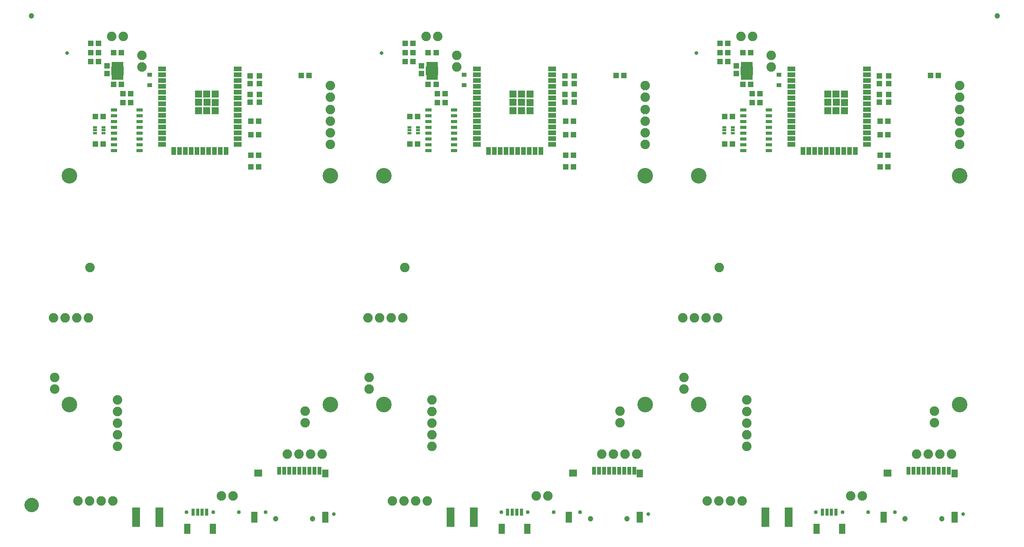
<source format=gbs>
G04 EAGLE Gerber RS-274X export*
G75*
%MOMM*%
%FSLAX34Y34*%
%LPD*%
%INSoldermask Bottom*%
%IPPOS*%
%AMOC8*
5,1,8,0,0,1.08239X$1,22.5*%
G01*
%ADD10R,1.403200X2.203200*%
%ADD11R,0.803200X1.553200*%
%ADD12C,0.838200*%
%ADD13C,0.853200*%
%ADD14R,1.703200X4.203200*%
%ADD15C,3.403600*%
%ADD16R,1.203200X1.303200*%
%ADD17R,1.303200X1.203200*%
%ADD18C,2.082800*%
%ADD19R,1.033200X0.833200*%
%ADD20R,1.403200X0.803200*%
%ADD21R,0.863200X0.503200*%
%ADD22R,0.553200X1.003200*%
%ADD23R,2.703200X1.903200*%
%ADD24R,1.703200X1.103200*%
%ADD25R,1.103200X1.703200*%
%ADD26R,1.533200X1.533200*%
%ADD27R,0.903200X1.803200*%
%ADD28C,1.203200*%
%ADD29R,1.403200X2.403200*%
%ADD30R,1.803200X1.603200*%
%ADD31R,1.403200X1.803200*%
%ADD32C,1.270000*%
%ADD33C,1.703200*%


D10*
X369618Y10693D03*
X313618Y10693D03*
D11*
X356618Y47443D03*
X346618Y47443D03*
X336618Y47443D03*
X326618Y47443D03*
D12*
X633718Y42843D03*
X51318Y1051643D03*
D13*
X312718Y46963D03*
X370518Y46963D03*
D14*
X252718Y36013D03*
X201918Y36013D03*
D15*
X56630Y282680D03*
X56630Y782806D03*
X626606Y782806D03*
X626606Y282680D03*
D16*
X138418Y1006843D03*
X138418Y1023843D03*
D17*
X170118Y1052743D03*
X153118Y1052743D03*
X170118Y982743D03*
X153118Y982743D03*
D18*
X215138Y1046683D03*
X215138Y1021283D03*
D19*
X231618Y981243D03*
X231618Y1004243D03*
D16*
X451618Y961243D03*
X451618Y944243D03*
X471618Y1001243D03*
X471618Y984243D03*
X451618Y1001243D03*
X451618Y984243D03*
X471618Y961243D03*
X471618Y944243D03*
D17*
X173118Y962743D03*
X190118Y962743D03*
D20*
X209618Y927193D03*
X209618Y914493D03*
X209618Y901793D03*
X209618Y889093D03*
X209618Y876393D03*
X209618Y863693D03*
X209618Y850993D03*
X209618Y838293D03*
X153618Y838293D03*
X153618Y850993D03*
X153618Y863693D03*
X153618Y876393D03*
X153618Y889093D03*
X153618Y901793D03*
X153618Y914493D03*
X153618Y927193D03*
D17*
X113118Y852743D03*
X130118Y852743D03*
X130118Y912743D03*
X113118Y912743D03*
D21*
X130818Y889243D03*
X112418Y882743D03*
X112418Y876243D03*
X112418Y889243D03*
X130818Y882743D03*
X130818Y876243D03*
D13*
X427018Y46963D03*
X484818Y46963D03*
D17*
X173118Y942743D03*
X190118Y942743D03*
D18*
X151118Y71893D03*
X125718Y71893D03*
X100318Y71893D03*
X74918Y71893D03*
X608318Y174443D03*
X582918Y174443D03*
X557518Y174443D03*
X532118Y174443D03*
X24118Y342243D03*
X24118Y316843D03*
D17*
X453118Y902743D03*
X470118Y902743D03*
D18*
X388918Y82743D03*
X414318Y82743D03*
X148918Y1087743D03*
X174318Y1087743D03*
X626618Y980343D03*
X626618Y954943D03*
D17*
X580118Y1002743D03*
X563118Y1002743D03*
D22*
X161618Y998243D03*
X166618Y998243D03*
X171618Y998243D03*
X156618Y998243D03*
X151618Y998243D03*
X151618Y1027243D03*
X156618Y1027243D03*
X161618Y1027243D03*
X166618Y1027243D03*
X171618Y1027243D03*
D23*
X161618Y1012743D03*
D17*
X120118Y1052743D03*
X103118Y1052743D03*
X120118Y1032743D03*
X103118Y1032743D03*
X120118Y1072743D03*
X103118Y1072743D03*
D18*
X21618Y472743D03*
X47018Y472743D03*
X72418Y472743D03*
X97818Y472743D03*
X161618Y292743D03*
X161618Y267343D03*
X161618Y241943D03*
X161618Y216543D03*
X161618Y191143D03*
X626618Y851743D03*
X626618Y877143D03*
X626618Y902543D03*
X626618Y927943D03*
X101618Y582743D03*
D17*
X453118Y872743D03*
X470118Y872743D03*
D24*
X423998Y1017043D03*
X423998Y1004343D03*
X423998Y991643D03*
X423998Y978943D03*
X423998Y966243D03*
X423998Y953543D03*
X423998Y940843D03*
X423998Y928143D03*
X423998Y915443D03*
X423998Y902743D03*
X423998Y890043D03*
X423998Y877343D03*
X423998Y864643D03*
X423998Y851943D03*
D25*
X398768Y837043D03*
X386068Y837043D03*
X373368Y837043D03*
X360668Y837043D03*
X347968Y837043D03*
X335268Y837043D03*
X322568Y837043D03*
X309868Y837043D03*
X297168Y837043D03*
X284468Y837043D03*
D24*
X259238Y851943D03*
X259238Y864643D03*
X259238Y877343D03*
X259238Y890043D03*
X259238Y902743D03*
X259238Y915443D03*
X259238Y928143D03*
X259238Y940843D03*
X259238Y953543D03*
X259238Y966243D03*
X259238Y978943D03*
X259238Y991643D03*
X259238Y1004343D03*
X259238Y1017043D03*
D26*
X356928Y943623D03*
X338478Y961833D03*
X356778Y961833D03*
X375078Y961833D03*
X375078Y943533D03*
X338378Y943833D03*
X338478Y925233D03*
X356778Y925133D03*
X375078Y925233D03*
D17*
X470018Y828243D03*
X453018Y828243D03*
X453018Y802843D03*
X470018Y802843D03*
D18*
X571618Y242743D03*
X571618Y268143D03*
D27*
X537118Y137743D03*
X526118Y137743D03*
X515118Y137743D03*
X548118Y137743D03*
X559118Y137743D03*
X570118Y137743D03*
X581118Y137743D03*
X592118Y137743D03*
X603118Y137743D03*
D28*
X507118Y32743D03*
X587118Y32743D03*
D29*
X460118Y36743D03*
X615118Y36743D03*
D30*
X469118Y132743D03*
D31*
X615118Y131743D03*
D10*
X1056688Y10693D03*
X1000688Y10693D03*
D11*
X1043688Y47443D03*
X1033688Y47443D03*
X1023688Y47443D03*
X1013688Y47443D03*
D12*
X1320788Y42843D03*
X738388Y1051643D03*
D13*
X999788Y46963D03*
X1057588Y46963D03*
D14*
X939788Y36013D03*
X888988Y36013D03*
D15*
X743700Y282680D03*
X743700Y782806D03*
X1313676Y782806D03*
X1313676Y282680D03*
D16*
X825488Y1006843D03*
X825488Y1023843D03*
D17*
X857188Y1052743D03*
X840188Y1052743D03*
X857188Y982743D03*
X840188Y982743D03*
D18*
X902208Y1046683D03*
X902208Y1021283D03*
D19*
X918688Y981243D03*
X918688Y1004243D03*
D16*
X1138688Y961243D03*
X1138688Y944243D03*
X1158688Y1001243D03*
X1158688Y984243D03*
X1138688Y1001243D03*
X1138688Y984243D03*
X1158688Y961243D03*
X1158688Y944243D03*
D17*
X860188Y962743D03*
X877188Y962743D03*
D20*
X896688Y927193D03*
X896688Y914493D03*
X896688Y901793D03*
X896688Y889093D03*
X896688Y876393D03*
X896688Y863693D03*
X896688Y850993D03*
X896688Y838293D03*
X840688Y838293D03*
X840688Y850993D03*
X840688Y863693D03*
X840688Y876393D03*
X840688Y889093D03*
X840688Y901793D03*
X840688Y914493D03*
X840688Y927193D03*
D17*
X800188Y852743D03*
X817188Y852743D03*
X817188Y912743D03*
X800188Y912743D03*
D21*
X817888Y889243D03*
X799488Y882743D03*
X799488Y876243D03*
X799488Y889243D03*
X817888Y882743D03*
X817888Y876243D03*
D13*
X1114088Y46963D03*
X1171888Y46963D03*
D17*
X860188Y942743D03*
X877188Y942743D03*
D18*
X838188Y71893D03*
X812788Y71893D03*
X787388Y71893D03*
X761988Y71893D03*
X1295388Y174443D03*
X1269988Y174443D03*
X1244588Y174443D03*
X1219188Y174443D03*
X711188Y342243D03*
X711188Y316843D03*
D17*
X1140188Y902743D03*
X1157188Y902743D03*
D18*
X1075988Y82743D03*
X1101388Y82743D03*
X835988Y1087743D03*
X861388Y1087743D03*
X1313688Y980343D03*
X1313688Y954943D03*
D17*
X1267188Y1002743D03*
X1250188Y1002743D03*
D22*
X848688Y998243D03*
X853688Y998243D03*
X858688Y998243D03*
X843688Y998243D03*
X838688Y998243D03*
X838688Y1027243D03*
X843688Y1027243D03*
X848688Y1027243D03*
X853688Y1027243D03*
X858688Y1027243D03*
D23*
X848688Y1012743D03*
D17*
X807188Y1052743D03*
X790188Y1052743D03*
X807188Y1032743D03*
X790188Y1032743D03*
X807188Y1072743D03*
X790188Y1072743D03*
D18*
X708688Y472743D03*
X734088Y472743D03*
X759488Y472743D03*
X784888Y472743D03*
X848688Y292743D03*
X848688Y267343D03*
X848688Y241943D03*
X848688Y216543D03*
X848688Y191143D03*
X1313688Y851743D03*
X1313688Y877143D03*
X1313688Y902543D03*
X1313688Y927943D03*
X788688Y582743D03*
D17*
X1140188Y872743D03*
X1157188Y872743D03*
D24*
X1111068Y1017043D03*
X1111068Y1004343D03*
X1111068Y991643D03*
X1111068Y978943D03*
X1111068Y966243D03*
X1111068Y953543D03*
X1111068Y940843D03*
X1111068Y928143D03*
X1111068Y915443D03*
X1111068Y902743D03*
X1111068Y890043D03*
X1111068Y877343D03*
X1111068Y864643D03*
X1111068Y851943D03*
D25*
X1085838Y837043D03*
X1073138Y837043D03*
X1060438Y837043D03*
X1047738Y837043D03*
X1035038Y837043D03*
X1022338Y837043D03*
X1009638Y837043D03*
X996938Y837043D03*
X984238Y837043D03*
X971538Y837043D03*
D24*
X946308Y851943D03*
X946308Y864643D03*
X946308Y877343D03*
X946308Y890043D03*
X946308Y902743D03*
X946308Y915443D03*
X946308Y928143D03*
X946308Y940843D03*
X946308Y953543D03*
X946308Y966243D03*
X946308Y978943D03*
X946308Y991643D03*
X946308Y1004343D03*
X946308Y1017043D03*
D26*
X1043998Y943623D03*
X1025548Y961833D03*
X1043848Y961833D03*
X1062148Y961833D03*
X1062148Y943533D03*
X1025448Y943833D03*
X1025548Y925233D03*
X1043848Y925133D03*
X1062148Y925233D03*
D17*
X1157088Y828243D03*
X1140088Y828243D03*
X1140088Y802843D03*
X1157088Y802843D03*
D18*
X1258688Y242743D03*
X1258688Y268143D03*
D27*
X1224188Y137743D03*
X1213188Y137743D03*
X1202188Y137743D03*
X1235188Y137743D03*
X1246188Y137743D03*
X1257188Y137743D03*
X1268188Y137743D03*
X1279188Y137743D03*
X1290188Y137743D03*
D28*
X1194188Y32743D03*
X1274188Y32743D03*
D29*
X1147188Y36743D03*
X1302188Y36743D03*
D30*
X1156188Y132743D03*
D31*
X1302188Y131743D03*
D10*
X1743758Y10693D03*
X1687758Y10693D03*
D11*
X1730758Y47443D03*
X1720758Y47443D03*
X1710758Y47443D03*
X1700758Y47443D03*
D12*
X2007858Y42843D03*
X1425458Y1051643D03*
D13*
X1686858Y46963D03*
X1744658Y46963D03*
D14*
X1626858Y36013D03*
X1576058Y36013D03*
D15*
X1430770Y282680D03*
X1430770Y782806D03*
X2000746Y782806D03*
X2000746Y282680D03*
D16*
X1512558Y1006843D03*
X1512558Y1023843D03*
D17*
X1544258Y1052743D03*
X1527258Y1052743D03*
X1544258Y982743D03*
X1527258Y982743D03*
D18*
X1589278Y1046683D03*
X1589278Y1021283D03*
D19*
X1605758Y981243D03*
X1605758Y1004243D03*
D16*
X1825758Y961243D03*
X1825758Y944243D03*
X1845758Y1001243D03*
X1845758Y984243D03*
X1825758Y1001243D03*
X1825758Y984243D03*
X1845758Y961243D03*
X1845758Y944243D03*
D17*
X1547258Y962743D03*
X1564258Y962743D03*
D20*
X1583758Y927193D03*
X1583758Y914493D03*
X1583758Y901793D03*
X1583758Y889093D03*
X1583758Y876393D03*
X1583758Y863693D03*
X1583758Y850993D03*
X1583758Y838293D03*
X1527758Y838293D03*
X1527758Y850993D03*
X1527758Y863693D03*
X1527758Y876393D03*
X1527758Y889093D03*
X1527758Y901793D03*
X1527758Y914493D03*
X1527758Y927193D03*
D17*
X1487258Y852743D03*
X1504258Y852743D03*
X1504258Y912743D03*
X1487258Y912743D03*
D21*
X1504958Y889243D03*
X1486558Y882743D03*
X1486558Y876243D03*
X1486558Y889243D03*
X1504958Y882743D03*
X1504958Y876243D03*
D13*
X1801158Y46963D03*
X1858958Y46963D03*
D17*
X1547258Y942743D03*
X1564258Y942743D03*
D18*
X1525258Y71893D03*
X1499858Y71893D03*
X1474458Y71893D03*
X1449058Y71893D03*
X1982458Y174443D03*
X1957058Y174443D03*
X1931658Y174443D03*
X1906258Y174443D03*
X1398258Y342243D03*
X1398258Y316843D03*
D17*
X1827258Y902743D03*
X1844258Y902743D03*
D18*
X1763058Y82743D03*
X1788458Y82743D03*
X1523058Y1087743D03*
X1548458Y1087743D03*
X2000758Y980343D03*
X2000758Y954943D03*
D17*
X1954258Y1002743D03*
X1937258Y1002743D03*
D22*
X1535758Y998243D03*
X1540758Y998243D03*
X1545758Y998243D03*
X1530758Y998243D03*
X1525758Y998243D03*
X1525758Y1027243D03*
X1530758Y1027243D03*
X1535758Y1027243D03*
X1540758Y1027243D03*
X1545758Y1027243D03*
D23*
X1535758Y1012743D03*
D17*
X1494258Y1052743D03*
X1477258Y1052743D03*
X1494258Y1032743D03*
X1477258Y1032743D03*
X1494258Y1072743D03*
X1477258Y1072743D03*
D18*
X1395758Y472743D03*
X1421158Y472743D03*
X1446558Y472743D03*
X1471958Y472743D03*
X1535758Y292743D03*
X1535758Y267343D03*
X1535758Y241943D03*
X1535758Y216543D03*
X1535758Y191143D03*
X2000758Y851743D03*
X2000758Y877143D03*
X2000758Y902543D03*
X2000758Y927943D03*
X1475758Y582743D03*
D17*
X1827258Y872743D03*
X1844258Y872743D03*
D24*
X1798138Y1017043D03*
X1798138Y1004343D03*
X1798138Y991643D03*
X1798138Y978943D03*
X1798138Y966243D03*
X1798138Y953543D03*
X1798138Y940843D03*
X1798138Y928143D03*
X1798138Y915443D03*
X1798138Y902743D03*
X1798138Y890043D03*
X1798138Y877343D03*
X1798138Y864643D03*
X1798138Y851943D03*
D25*
X1772908Y837043D03*
X1760208Y837043D03*
X1747508Y837043D03*
X1734808Y837043D03*
X1722108Y837043D03*
X1709408Y837043D03*
X1696708Y837043D03*
X1684008Y837043D03*
X1671308Y837043D03*
X1658608Y837043D03*
D24*
X1633378Y851943D03*
X1633378Y864643D03*
X1633378Y877343D03*
X1633378Y890043D03*
X1633378Y902743D03*
X1633378Y915443D03*
X1633378Y928143D03*
X1633378Y940843D03*
X1633378Y953543D03*
X1633378Y966243D03*
X1633378Y978943D03*
X1633378Y991643D03*
X1633378Y1004343D03*
X1633378Y1017043D03*
D26*
X1731068Y943623D03*
X1712618Y961833D03*
X1730918Y961833D03*
X1749218Y961833D03*
X1749218Y943533D03*
X1712518Y943833D03*
X1712618Y925233D03*
X1730918Y925133D03*
X1749218Y925233D03*
D17*
X1844158Y828243D03*
X1827158Y828243D03*
X1827158Y802843D03*
X1844158Y802843D03*
D18*
X1945758Y242743D03*
X1945758Y268143D03*
D27*
X1911258Y137743D03*
X1900258Y137743D03*
X1889258Y137743D03*
X1922258Y137743D03*
X1933258Y137743D03*
X1944258Y137743D03*
X1955258Y137743D03*
X1966258Y137743D03*
X1977258Y137743D03*
D28*
X1881258Y32743D03*
X1961258Y32743D03*
D29*
X1834258Y36743D03*
X1989258Y36743D03*
D30*
X1843258Y132743D03*
D31*
X1989258Y131743D03*
D28*
X-26238Y1133145D03*
X2082368Y1133145D03*
D32*
X-35293Y63500D02*
X-35290Y63722D01*
X-35282Y63944D01*
X-35268Y64166D01*
X-35249Y64388D01*
X-35225Y64608D01*
X-35195Y64829D01*
X-35160Y65048D01*
X-35119Y65267D01*
X-35073Y65484D01*
X-35022Y65700D01*
X-34965Y65915D01*
X-34903Y66129D01*
X-34836Y66340D01*
X-34764Y66551D01*
X-34686Y66759D01*
X-34604Y66965D01*
X-34516Y67169D01*
X-34424Y67372D01*
X-34326Y67571D01*
X-34224Y67768D01*
X-34117Y67963D01*
X-34005Y68155D01*
X-33888Y68344D01*
X-33767Y68531D01*
X-33641Y68714D01*
X-33511Y68894D01*
X-33376Y69071D01*
X-33238Y69244D01*
X-33095Y69414D01*
X-32947Y69581D01*
X-32796Y69744D01*
X-32641Y69903D01*
X-32482Y70058D01*
X-32319Y70209D01*
X-32152Y70357D01*
X-31982Y70500D01*
X-31809Y70638D01*
X-31632Y70773D01*
X-31452Y70903D01*
X-31269Y71029D01*
X-31082Y71150D01*
X-30893Y71267D01*
X-30701Y71379D01*
X-30506Y71486D01*
X-30309Y71588D01*
X-30110Y71686D01*
X-29907Y71778D01*
X-29703Y71866D01*
X-29497Y71948D01*
X-29289Y72026D01*
X-29078Y72098D01*
X-28867Y72165D01*
X-28653Y72227D01*
X-28438Y72284D01*
X-28222Y72335D01*
X-28005Y72381D01*
X-27786Y72422D01*
X-27567Y72457D01*
X-27346Y72487D01*
X-27126Y72511D01*
X-26904Y72530D01*
X-26682Y72544D01*
X-26460Y72552D01*
X-26238Y72555D01*
X-26016Y72552D01*
X-25794Y72544D01*
X-25572Y72530D01*
X-25350Y72511D01*
X-25130Y72487D01*
X-24909Y72457D01*
X-24690Y72422D01*
X-24471Y72381D01*
X-24254Y72335D01*
X-24038Y72284D01*
X-23823Y72227D01*
X-23609Y72165D01*
X-23398Y72098D01*
X-23187Y72026D01*
X-22979Y71948D01*
X-22773Y71866D01*
X-22569Y71778D01*
X-22366Y71686D01*
X-22167Y71588D01*
X-21970Y71486D01*
X-21775Y71379D01*
X-21583Y71267D01*
X-21394Y71150D01*
X-21207Y71029D01*
X-21024Y70903D01*
X-20844Y70773D01*
X-20667Y70638D01*
X-20494Y70500D01*
X-20324Y70357D01*
X-20157Y70209D01*
X-19994Y70058D01*
X-19835Y69903D01*
X-19680Y69744D01*
X-19529Y69581D01*
X-19381Y69414D01*
X-19238Y69244D01*
X-19100Y69071D01*
X-18965Y68894D01*
X-18835Y68714D01*
X-18709Y68531D01*
X-18588Y68344D01*
X-18471Y68155D01*
X-18359Y67963D01*
X-18252Y67768D01*
X-18150Y67571D01*
X-18052Y67372D01*
X-17960Y67169D01*
X-17872Y66965D01*
X-17790Y66759D01*
X-17712Y66551D01*
X-17640Y66340D01*
X-17573Y66129D01*
X-17511Y65915D01*
X-17454Y65700D01*
X-17403Y65484D01*
X-17357Y65267D01*
X-17316Y65048D01*
X-17281Y64829D01*
X-17251Y64608D01*
X-17227Y64388D01*
X-17208Y64166D01*
X-17194Y63944D01*
X-17186Y63722D01*
X-17183Y63500D01*
X-17186Y63278D01*
X-17194Y63056D01*
X-17208Y62834D01*
X-17227Y62612D01*
X-17251Y62392D01*
X-17281Y62171D01*
X-17316Y61952D01*
X-17357Y61733D01*
X-17403Y61516D01*
X-17454Y61300D01*
X-17511Y61085D01*
X-17573Y60871D01*
X-17640Y60660D01*
X-17712Y60449D01*
X-17790Y60241D01*
X-17872Y60035D01*
X-17960Y59831D01*
X-18052Y59628D01*
X-18150Y59429D01*
X-18252Y59232D01*
X-18359Y59037D01*
X-18471Y58845D01*
X-18588Y58656D01*
X-18709Y58469D01*
X-18835Y58286D01*
X-18965Y58106D01*
X-19100Y57929D01*
X-19238Y57756D01*
X-19381Y57586D01*
X-19529Y57419D01*
X-19680Y57256D01*
X-19835Y57097D01*
X-19994Y56942D01*
X-20157Y56791D01*
X-20324Y56643D01*
X-20494Y56500D01*
X-20667Y56362D01*
X-20844Y56227D01*
X-21024Y56097D01*
X-21207Y55971D01*
X-21394Y55850D01*
X-21583Y55733D01*
X-21775Y55621D01*
X-21970Y55514D01*
X-22167Y55412D01*
X-22366Y55314D01*
X-22569Y55222D01*
X-22773Y55134D01*
X-22979Y55052D01*
X-23187Y54974D01*
X-23398Y54902D01*
X-23609Y54835D01*
X-23823Y54773D01*
X-24038Y54716D01*
X-24254Y54665D01*
X-24471Y54619D01*
X-24690Y54578D01*
X-24909Y54543D01*
X-25130Y54513D01*
X-25350Y54489D01*
X-25572Y54470D01*
X-25794Y54456D01*
X-26016Y54448D01*
X-26238Y54445D01*
X-26460Y54448D01*
X-26682Y54456D01*
X-26904Y54470D01*
X-27126Y54489D01*
X-27346Y54513D01*
X-27567Y54543D01*
X-27786Y54578D01*
X-28005Y54619D01*
X-28222Y54665D01*
X-28438Y54716D01*
X-28653Y54773D01*
X-28867Y54835D01*
X-29078Y54902D01*
X-29289Y54974D01*
X-29497Y55052D01*
X-29703Y55134D01*
X-29907Y55222D01*
X-30110Y55314D01*
X-30309Y55412D01*
X-30506Y55514D01*
X-30701Y55621D01*
X-30893Y55733D01*
X-31082Y55850D01*
X-31269Y55971D01*
X-31452Y56097D01*
X-31632Y56227D01*
X-31809Y56362D01*
X-31982Y56500D01*
X-32152Y56643D01*
X-32319Y56791D01*
X-32482Y56942D01*
X-32641Y57097D01*
X-32796Y57256D01*
X-32947Y57419D01*
X-33095Y57586D01*
X-33238Y57756D01*
X-33376Y57929D01*
X-33511Y58106D01*
X-33641Y58286D01*
X-33767Y58469D01*
X-33888Y58656D01*
X-34005Y58845D01*
X-34117Y59037D01*
X-34224Y59232D01*
X-34326Y59429D01*
X-34424Y59628D01*
X-34516Y59831D01*
X-34604Y60035D01*
X-34686Y60241D01*
X-34764Y60449D01*
X-34836Y60660D01*
X-34903Y60871D01*
X-34965Y61085D01*
X-35022Y61300D01*
X-35073Y61516D01*
X-35119Y61733D01*
X-35160Y61952D01*
X-35195Y62171D01*
X-35225Y62392D01*
X-35249Y62612D01*
X-35268Y62834D01*
X-35282Y63056D01*
X-35290Y63278D01*
X-35293Y63500D01*
D33*
X-26238Y63500D03*
M02*

</source>
